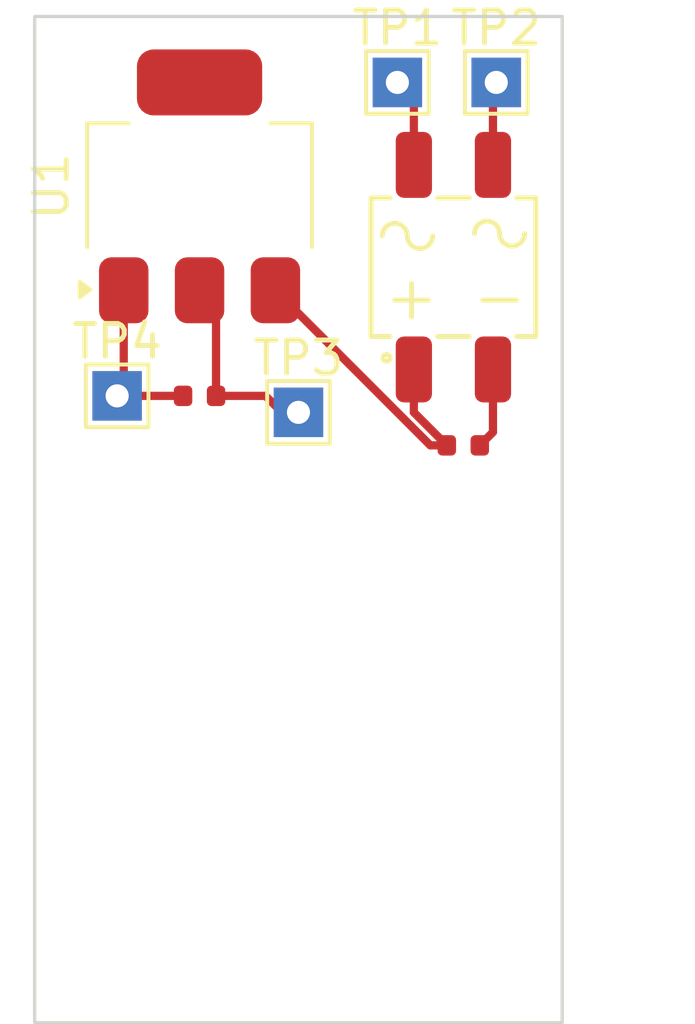
<source format=kicad_pcb>
(kicad_pcb (version 20241229) (generator "pcbnew") (generator_version "9.0")
  (layers (0 "F.Cu" signal) (2 "B.Cu" signal) (13 "F.Paste" user) (15 "B.Paste" user) (5 "F.SilkS" user "F.Silkscreen") (7 "B.SilkS" user "B.Silkscreen") (1 "F.Mask" user) (3 "B.Mask" user) (25 "Edge.Cuts" user))
  (net 0 "")
  (net 1 "GND")
  (net 2 "Net-(DB1-+)")
  (net 3 "Net-(DB1-AC-Pad4)")
  (net 4 "Net-(DB1-AC-Pad3)")
  (net 5 "Net-(U1-VO)")
  (footprint "TestPoint:TestPoint_THTPad_1.5x1.5mm_Drill0.7mm" (layer "F.Cu") (at 98 47.5)
    (property "Reference" "TP4" (at 0 -1.648 0) (layer "F.SilkS"))
    (property "Value" "TestPoint")
    (fp_line (start -0.95 -0.95) (end 0.95 -0.95) (stroke (width 0.12)) (layer "F.SilkS"))
    (fp_line (start -0.95 0.95) (end -0.95 -0.95) (stroke (width 0.12)) (layer "F.SilkS"))
    (fp_line (start 0.95 -0.95) (end 0.95 0.95) (stroke (width 0.12)) (layer "F.SilkS"))
    (fp_line (start 0.95 0.95) (end -0.95 0.95) (stroke (width 0.12)) (layer "F.SilkS"))
    (pad "1" thru_hole rect (at 0 0) (size 1.5 1.5) (drill 0.7) (layers "*.Cu" "*.Mask") (net 1 "GND"))
  )
  (footprint "PCM_JLCPCB:C_0402" (layer "F.Cu") (at 100.5 47.5 180)
    (property "Reference" "C2" (hide yes))
    (property "Value" "10uF")
    (pad "1" smd roundrect (at -0.5 0 180) (size 0.56 0.62) (layers "F.Cu" "F.Mask" "F.Paste") (net 5 "Net-(U1-VO)"))
    (pad "2" smd roundrect (at 0.5 0 180) (size 0.56 0.62) (layers "F.Cu" "F.Mask" "F.Paste") (net 1 "GND"))
  )
  (footprint "TestPoint:TestPoint_THTPad_1.5x1.5mm_Drill0.7mm" (layer "F.Cu") (at 103.5 48)
    (property "Reference" "TP3" (at 0 -1.648 0) (layer "F.SilkS"))
    (property "Value" "TestPoint")
    (fp_line (start -0.95 -0.95) (end 0.95 -0.95) (stroke (width 0.12)) (layer "F.SilkS"))
    (fp_line (start -0.95 0.95) (end -0.95 -0.95) (stroke (width 0.12)) (layer "F.SilkS"))
    (fp_line (start 0.95 -0.95) (end 0.95 0.95) (stroke (width 0.12)) (layer "F.SilkS"))
    (fp_line (start 0.95 0.95) (end -0.95 0.95) (stroke (width 0.12)) (layer "F.SilkS"))
    (pad "1" thru_hole rect (at 0 0) (size 1.5 1.5) (drill 0.7) (layers "*.Cu" "*.Mask") (net 5 "Net-(U1-VO)"))
  )
  (footprint "PCM_JLCPCB:C_0402" (layer "F.Cu") (at 108.5 49)
    (property "Reference" "C1" (hide yes))
    (property "Value" "100nF")
    (pad "1" smd roundrect (at -0.5 0) (size 0.56 0.62) (layers "F.Cu" "F.Mask" "F.Paste") (net 2 "Net-(DB1-+)"))
    (pad "2" smd roundrect (at 0.5 0) (size 0.56 0.62) (layers "F.Cu" "F.Mask" "F.Paste") (net 1 "GND"))
  )
  (footprint "PCM_JLCPCB:MBS_L4.7-W3.8-P2.40-LS7.0-TL" (layer "F.Cu") (at 108.2 43.6 90)
    (property "Reference" "DB1" (hide yes))
    (property "Value" "MB10S")
    (fp_line (start 2.1 -2.5) (end -2.1 -2.5) (stroke (width 0.15)) (layer "F.SilkS"))
    (fp_line (start 2.1 -2.5) (end 2.1 -1.92) (stroke (width 0.15)) (layer "F.SilkS"))
    (fp_line (start -2.1 -2.5) (end -2.1 -1.92) (stroke (width 0.15)) (layer "F.SilkS"))
    (fp_line (start -1.51 -1.27) (end -0.49 -1.27) (stroke (width 0.15)) (layer "F.SilkS"))
    (fp_line (start -1 -0.76) (end -1 -1.78) (stroke (width 0.15)) (layer "F.SilkS"))
    (fp_line (start 2.1 -0.48) (end 2.1 0.48) (stroke (width 0.15)) (layer "F.SilkS"))
    (fp_line (start -2.1 -0.48) (end -2.1 0.48) (stroke (width 0.15)) (layer "F.SilkS"))
    (fp_line (start -1 1.91) (end -1 0.89) (stroke (width 0.15)) (layer "F.SilkS"))
    (fp_line (start 2.1 1.92) (end 2.1 2.5) (stroke (width 0.15)) (layer "F.SilkS"))
    (fp_line (start -2.1 1.92) (end -2.1 2.5) (stroke (width 0.15)) (layer "F.SilkS"))
    (fp_line (start 2.1 2.5) (end -2.1 2.5) (stroke (width 0.15)) (layer "F.SilkS"))
    (fp_arc (start 0.95 -2.16) (mid 1.33 -1.78) (end 0.95 -1.4) (stroke (width 0.15)) (layer "F.SilkS"))
    (fp_arc (start 0.95 -0.63) (mid 0.565 -1.015) (end 0.95 -1.4) (stroke (width 0.15)) (layer "F.SilkS"))
    (fp_arc (start 1.02 0.64) (mid 1.4 1.02) (end 1.02 1.4) (stroke (width 0.15)) (layer "F.SilkS"))
    (fp_arc (start 1.02 2.16) (mid 0.64 1.78) (end 1.02 1.4) (stroke (width 0.15)) (layer "F.SilkS"))
    (fp_circle (center -2.75 -2.03) (end -2.72 -2.03) (stroke (width 0.15)) (fill no) (layer "F.SilkS"))
    (pad "1" smd roundrect (at -3.1 -1.2 90) (size 2 1.1) (layers "F.Cu" "F.Mask" "F.Paste") (roundrect_rratio 0.2272727273) (net 2 "Net-(DB1-+)"))
    (pad "2" smd roundrect (at -3.1 1.2 90) (size 2 1.1) (layers "F.Cu" "F.Mask" "F.Paste") (roundrect_rratio 0.2272727273) (net 1 "GND"))
    (pad "3" smd roundrect (at 3.1 1.2 90) (size 2 1.1) (layers "F.Cu" "F.Mask" "F.Paste") (roundrect_rratio 0.2272727273) (net 4 "Net-(DB1-AC-Pad3)"))
    (pad "4" smd roundrect (at 3.1 -1.2 90) (size 2 1.1) (layers "F.Cu" "F.Mask" "F.Paste") (roundrect_rratio 0.2272727273) (net 3 "Net-(DB1-AC-Pad4)"))
  )
  (footprint "TestPoint:TestPoint_THTPad_1.5x1.5mm_Drill0.7mm" (layer "F.Cu") (at 106.5 38)
    (property "Reference" "TP1" (at 0 -1.648 0) (layer "F.SilkS"))
    (property "Value" "TestPoint")
    (fp_line (start -0.95 -0.95) (end 0.95 -0.95) (stroke (width 0.12)) (layer "F.SilkS"))
    (fp_line (start -0.95 0.95) (end -0.95 -0.95) (stroke (width 0.12)) (layer "F.SilkS"))
    (fp_line (start 0.95 -0.95) (end 0.95 0.95) (stroke (width 0.12)) (layer "F.SilkS"))
    (fp_line (start 0.95 0.95) (end -0.95 0.95) (stroke (width 0.12)) (layer "F.SilkS"))
    (pad "1" thru_hole rect (at 0 0) (size 1.5 1.5) (drill 0.7) (layers "*.Cu" "*.Mask") (net 3 "Net-(DB1-AC-Pad4)"))
  )
  (footprint "Package_TO_SOT_SMD:SOT-223-3_TabPin2" (layer "F.Cu") (at 100.5 41.15 90)
    (property "Reference" "U1" (at 0 -4.5 90) (layer "F.SilkS"))
    (property "Value" "AMS1117-3.3")
    (fp_line (start 1.91 -3.41) (end 1.91 -2.15) (stroke (width 0.12)) (layer "F.SilkS"))
    (fp_line (start -1.85 -3.41) (end 1.91 -3.41) (stroke (width 0.12)) (layer "F.SilkS"))
    (fp_line (start 1.91 3.41) (end 1.91 2.15) (stroke (width 0.12)) (layer "F.SilkS"))
    (fp_line (start -1.85 3.41) (end 1.91 3.41) (stroke (width 0.12)) (layer "F.SilkS"))
    (fp_poly (pts (xy -3.13 -3.31) (xy -3.37 -3.64) (xy -2.89 -3.64) (xy -3.13 -3.31)) (stroke (width 0.12)) (fill yes) (layer "F.SilkS"))
    (pad "1" smd roundrect (at -3.15 -2.3 90) (size 2 1.5) (layers "F.Cu" "F.Mask" "F.Paste") (net 1 "GND"))
    (pad "2" smd roundrect (at -3.15 0 90) (size 2 1.5) (layers "F.Cu" "F.Mask" "F.Paste") (net 5 "Net-(U1-VO)"))
    (pad "2" smd roundrect (at 3.15 0 90) (size 2 3.8) (layers "F.Cu" "F.Mask" "F.Paste") (net 5 "Net-(U1-VO)"))
    (pad "3" smd roundrect (at -3.15 2.3 90) (size 2 1.5) (layers "F.Cu" "F.Mask" "F.Paste") (net 2 "Net-(DB1-+)"))
  )
  (footprint "TestPoint:TestPoint_THTPad_1.5x1.5mm_Drill0.7mm" (layer "F.Cu") (at 109.5 38)
    (property "Reference" "TP2" (at 0 -1.648 0) (layer "F.SilkS"))
    (property "Value" "TestPoint")
    (fp_line (start -0.95 -0.95) (end 0.95 -0.95) (stroke (width 0.12)) (layer "F.SilkS"))
    (fp_line (start -0.95 0.95) (end -0.95 -0.95) (stroke (width 0.12)) (layer "F.SilkS"))
    (fp_line (start 0.95 -0.95) (end 0.95 0.95) (stroke (width 0.12)) (layer "F.SilkS"))
    (fp_line (start 0.95 0.95) (end -0.95 0.95) (stroke (width 0.12)) (layer "F.SilkS"))
    (pad "1" thru_hole rect (at 0 0) (size 1.5 1.5) (drill 0.7) (layers "*.Cu" "*.Mask") (net 4 "Net-(DB1-AC-Pad3)"))
  )
  (gr_rect (start 95.5 36) (end 111.5 66.5) (stroke (width 0.1)) (fill no) (layer "Edge.Cuts"))
  (segment (start 98.2 47.3) (end 98 47.5) (width 0.25) (layer "F.Cu") (net 1))
  (segment (start 109.4 48.6) (end 109 49) (width 0.25) (layer "F.Cu") (net 1))
  (segment (start 98.2 44.3) (end 98.2 47.3) (width 0.25) (layer "F.Cu") (net 1))
  (segment (start 98 47.5) (end 100 47.5) (width 0.25) (layer "F.Cu") (net 1))
  (segment (start 109.4 46.7) (end 109.4 48.6) (width 0.25) (layer "F.Cu") (net 1))
  (segment (start 107.5 49) (end 108 49) (width 0.25) (layer "F.Cu") (net 2))
  (segment (start 107 46.7) (end 107 48) (width 0.25) (layer "F.Cu") (net 2))
  (segment (start 107 48) (end 108 49) (width 0.25) (layer "F.Cu") (net 2))
  (segment (start 102.8 44.3) (end 107.5 49) (width 0.25) (layer "F.Cu") (net 2))
  (segment (start 107 38.5) (end 106.5 38) (width 0.25) (layer "F.Cu") (net 3))
  (segment (start 107 40.5) (end 107 38.5) (width 0.25) (layer "F.Cu") (net 3))
  (segment (start 109.4 38.1) (end 109.5 38) (width 0.25) (layer "F.Cu") (net 4))
  (segment (start 109.4 40.5) (end 109.4 38.1) (width 0.25) (layer "F.Cu") (net 4))
  (segment (start 103 48) (end 102.5 47.5) (width 0.25) (layer "F.Cu") (net 5))
  (segment (start 102.5 47.5) (end 101 47.5) (width 0.25) (layer "F.Cu") (net 5))
  (segment (start 101 44.8) (end 100.5 44.3) (width 0.25) (layer "F.Cu") (net 5))
  (segment (start 101 47.5) (end 101 44.8) (width 0.25) (layer "F.Cu") (net 5))
  (segment (start 103.5 48) (end 103 48) (width 0.25) (layer "F.Cu") (net 5))
)
</source>
